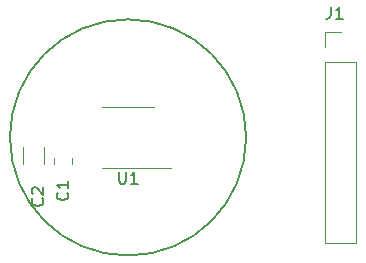
<source format=gbr>
%TF.GenerationSoftware,KiCad,Pcbnew,(6.0.0)*%
%TF.CreationDate,2022-01-17T22:08:50-08:00*%
%TF.ProjectId,encoder,656e636f-6465-4722-9e6b-696361645f70,1*%
%TF.SameCoordinates,Original*%
%TF.FileFunction,Legend,Top*%
%TF.FilePolarity,Positive*%
%FSLAX46Y46*%
G04 Gerber Fmt 4.6, Leading zero omitted, Abs format (unit mm)*
G04 Created by KiCad (PCBNEW (6.0.0)) date 2022-01-17 22:08:50*
%MOMM*%
%LPD*%
G01*
G04 APERTURE LIST*
%ADD10C,0.200000*%
%ADD11C,0.150000*%
%ADD12C,0.120000*%
G04 APERTURE END LIST*
D10*
X90000000Y-80000000D02*
G75*
G03*
X90000000Y-80000000I-10000000J0D01*
G01*
D11*
%TO.C,C2*%
X72747142Y-85166666D02*
X72794761Y-85214285D01*
X72842380Y-85357142D01*
X72842380Y-85452380D01*
X72794761Y-85595238D01*
X72699523Y-85690476D01*
X72604285Y-85738095D01*
X72413809Y-85785714D01*
X72270952Y-85785714D01*
X72080476Y-85738095D01*
X71985238Y-85690476D01*
X71890000Y-85595238D01*
X71842380Y-85452380D01*
X71842380Y-85357142D01*
X71890000Y-85214285D01*
X71937619Y-85166666D01*
X71937619Y-84785714D02*
X71890000Y-84738095D01*
X71842380Y-84642857D01*
X71842380Y-84404761D01*
X71890000Y-84309523D01*
X71937619Y-84261904D01*
X72032857Y-84214285D01*
X72128095Y-84214285D01*
X72270952Y-84261904D01*
X72842380Y-84833333D01*
X72842380Y-84214285D01*
%TO.C,U1*%
X79238095Y-82902380D02*
X79238095Y-83711904D01*
X79285714Y-83807142D01*
X79333333Y-83854761D01*
X79428571Y-83902380D01*
X79619047Y-83902380D01*
X79714285Y-83854761D01*
X79761904Y-83807142D01*
X79809523Y-83711904D01*
X79809523Y-82902380D01*
X80809523Y-83902380D02*
X80238095Y-83902380D01*
X80523809Y-83902380D02*
X80523809Y-82902380D01*
X80428571Y-83045238D01*
X80333333Y-83140476D01*
X80238095Y-83188095D01*
%TO.C,J1*%
X97166666Y-68952380D02*
X97166666Y-69666666D01*
X97119047Y-69809523D01*
X97023809Y-69904761D01*
X96880952Y-69952380D01*
X96785714Y-69952380D01*
X98166666Y-69952380D02*
X97595238Y-69952380D01*
X97880952Y-69952380D02*
X97880952Y-68952380D01*
X97785714Y-69095238D01*
X97690476Y-69190476D01*
X97595238Y-69238095D01*
%TO.C,C1*%
X74857142Y-84666666D02*
X74904761Y-84714285D01*
X74952380Y-84857142D01*
X74952380Y-84952380D01*
X74904761Y-85095238D01*
X74809523Y-85190476D01*
X74714285Y-85238095D01*
X74523809Y-85285714D01*
X74380952Y-85285714D01*
X74190476Y-85238095D01*
X74095238Y-85190476D01*
X74000000Y-85095238D01*
X73952380Y-84952380D01*
X73952380Y-84857142D01*
X74000000Y-84714285D01*
X74047619Y-84666666D01*
X74952380Y-83714285D02*
X74952380Y-84285714D01*
X74952380Y-84000000D02*
X73952380Y-84000000D01*
X74095238Y-84095238D01*
X74190476Y-84190476D01*
X74238095Y-84285714D01*
D12*
%TO.C,C2*%
X71090000Y-82211252D02*
X71090000Y-80788748D01*
X72910000Y-82211252D02*
X72910000Y-80788748D01*
%TO.C,U1*%
X80000000Y-77390000D02*
X77800000Y-77390000D01*
X80000000Y-77390000D02*
X82200000Y-77390000D01*
X80000000Y-82610000D02*
X77800000Y-82610000D01*
X80000000Y-82610000D02*
X83600000Y-82610000D01*
%TO.C,J1*%
X96670000Y-88945000D02*
X99330000Y-88945000D01*
X96670000Y-73645000D02*
X96670000Y-88945000D01*
X99330000Y-73645000D02*
X99330000Y-88945000D01*
X96670000Y-73645000D02*
X99330000Y-73645000D01*
X96670000Y-72375000D02*
X96670000Y-71045000D01*
X96670000Y-71045000D02*
X98000000Y-71045000D01*
%TO.C,C1*%
X75235000Y-81738748D02*
X75235000Y-82261252D01*
X73765000Y-81738748D02*
X73765000Y-82261252D01*
%TD*%
M02*

</source>
